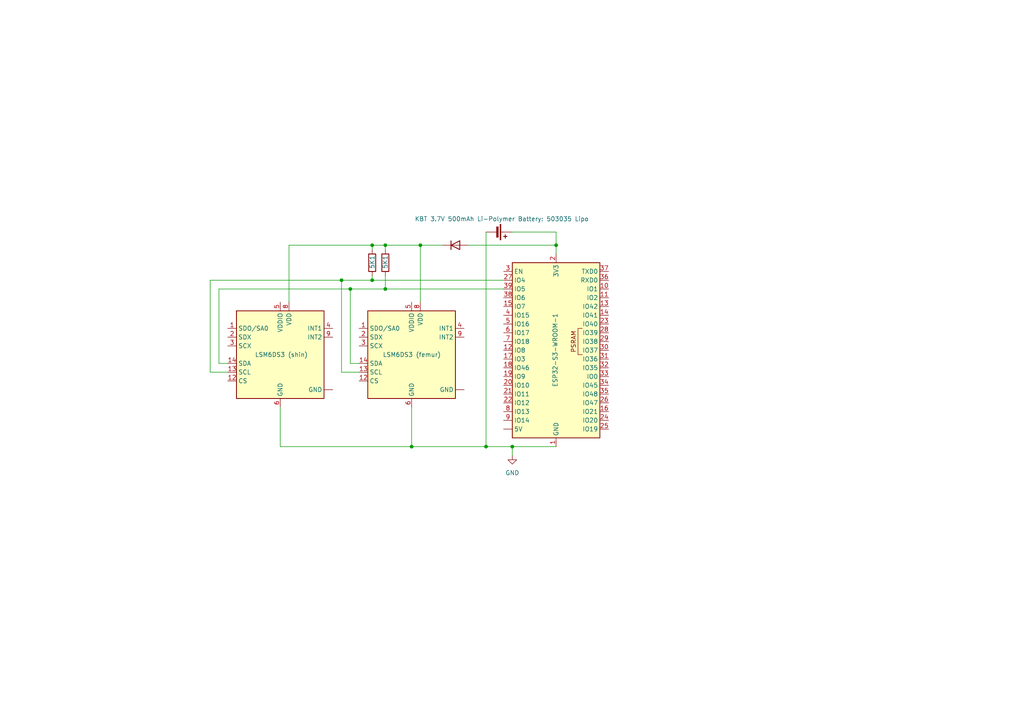
<source format=kicad_sch>
(kicad_sch (version 20231120) (generator "eeschema") (generator_version "8.0")
  (paper "A4")
  (lib_symbols
    (symbol "Battery_Cell_1" (pin_numbers hide) (pin_names (offset 0) hide)
      (property "Reference" "BT" (at 6.35 3.81 90))
      (property "Value" "Battery_Cell" (at -0.254 2.54 0))
      (symbol "Battery_Cell_1_0_1"
        (polyline (pts (xy 4.572 6.35) (xy 3.81 6.35)))
        (polyline (pts (xy 5.588 6.35) (xy 6.35 6.35)))
        (polyline (pts (xy 6.858 5.588) (xy 6.858 4.572)) (stroke (width 0.254)))
        (polyline (pts (xy 7.366 5.08) (xy 6.35 5.08)) (stroke (width 0.254)))
        (rectangle (start 4.826 7.874) (end 4.318 4.826) (fill (type outline)))
        (rectangle (start 5.588 8.636) (end 5.334 4.064) (fill (type outline)))
      )
      (symbol "Battery_Cell_1_1_1"
        (pin passive line (at 8.89 6.35 180) (length 2.54) (name "+") (number "1"))
        (pin passive line (at 1.27 6.35 0) (length 2.54) (name "-") (number "2"))
      )
    )
    (symbol "Device:D" (pin_numbers hide) (pin_names (offset 1.016) hide)
      (property "Reference" "D" (at 0 2.54 0))
      (property "Value" "D" (at 0 -2.54 0))
      (symbol "D_0_1"
        (polyline (pts (xy -1.27 1.27) (xy -1.27 -1.27)) (stroke (width 0.254)))
        (polyline (pts (xy 1.27 0) (xy -1.27 0)))
        (polyline (pts (xy 1.27 1.27) (xy 1.27 -1.27) (xy -1.27 0) (xy 1.27 1.27)) (stroke (width 0.254)))
      )
      (symbol "D_1_1"
        (pin passive line (at -3.81 0 0) (length 2.54) (name "K") (number "1"))
        (pin passive line (at 3.81 0 180) (length 2.54) (name "A") (number "2"))
      )
    )
    (symbol "RF_Module:ESP32-S3-WROOM-1"
      (property "Reference" "U" (at -12.7 26.67 0))
      (property "Value" "ESP32-S3-WROOM-1" (at 12.7 26.67 0))
      (symbol "ESP32-S3-WROOM-1_0_0"
        (rectangle (start -12.7 25.4) (end 12.7 -25.4) (stroke (width 0.254)) (fill (type background)))
        (text "PSRAM" (at 5.08 2.54 900) (effects (font (size 1.27 1.27))))
      )
      (symbol "ESP32-S3-WROOM-1_0_1"
        (polyline (pts (xy 7.62 -1.27) (xy 6.35 -1.27) (xy 6.35 6.35) (xy 7.62 6.35)))
      )
      (symbol "ESP32-S3-WROOM-1_1_1"
        (pin bidirectional line (at -15.24 -22.86 0) (length 2.54) (name "5V") (number ""))
        (pin power_in line (at 0 -27.94 90) (length 2.54) (name "GND") (number "1"))
        (pin bidirectional line (at 15.24 17.78 180) (length 2.54) (name "IO1") (number "10"))
        (pin bidirectional line (at 15.24 15.24 180) (length 2.54) (name "IO2") (number "11"))
        (pin bidirectional line (at -15.24 0 0) (length 2.54) (name "IO8") (number "12"))
        (pin bidirectional line (at 15.24 12.7 180) (length 2.54) (name "IO42") (number "13"))
        (pin bidirectional line (at 15.24 10.16 180) (length 2.54) (name "IO41") (number "14"))
        (pin bidirectional line (at -15.24 12.7 0) (length 2.54) (name "IO7") (number "15"))
        (pin bidirectional line (at 15.24 -17.78 180) (length 2.54) (name "IO21") (number "16"))
        (pin bidirectional line (at -15.24 -2.54 0) (length 2.54) (name "IO3") (number "17"))
        (pin bidirectional line (at -15.24 -5.08 0) (length 2.54) (name "IO46") (number "18"))
        (pin bidirectional line (at -15.24 -7.62 0) (length 2.54) (name "IO9") (number "19"))
        (pin power_in line (at 0 27.94 270) (length 2.54) (name "3V3") (number "2"))
        (pin bidirectional line (at -15.24 -10.16 0) (length 2.54) (name "IO10") (number "20"))
        (pin bidirectional line (at -15.24 -12.7 0) (length 2.54) (name "IO11") (number "21"))
        (pin bidirectional line (at -15.24 -15.24 0) (length 2.54) (name "IO12") (number "22"))
        (pin bidirectional line (at 15.24 7.62 180) (length 2.54) (name "IO40") (number "23"))
        (pin bidirectional line (at 15.24 -20.32 180) (length 2.54) (name "IO20") (number "24"))
        (pin bidirectional line (at 15.24 -22.86 180) (length 2.54) (name "IO19") (number "25"))
        (pin bidirectional line (at 15.24 -15.24 180) (length 2.54) (name "IO47") (number "26"))
        (pin bidirectional line (at -15.24 20.32 0) (length 2.54) (name "IO4") (number "27"))
        (pin bidirectional line (at 15.24 5.08 180) (length 2.54) (name "IO39") (number "28"))
        (pin bidirectional line (at 15.24 2.54 180) (length 2.54) (name "IO38") (number "29"))
        (pin input line (at -15.24 22.86 0) (length 2.54) (name "EN") (number "3"))
        (pin bidirectional line (at 15.24 0 180) (length 2.54) (name "IO37") (number "30"))
        (pin bidirectional line (at 15.24 -2.54 180) (length 2.54) (name "IO36") (number "31"))
        (pin bidirectional line (at 15.24 -5.08 180) (length 2.54) (name "IO35") (number "32"))
        (pin bidirectional line (at 15.24 -7.62 180) (length 2.54) (name "IO0") (number "33"))
        (pin bidirectional line (at 15.24 -10.16 180) (length 2.54) (name "IO45") (number "34"))
        (pin bidirectional line (at 15.24 -12.7 180) (length 2.54) (name "IO48") (number "35"))
        (pin bidirectional line (at 15.24 20.32 180) (length 2.54) (name "RXD0") (number "36"))
        (pin bidirectional line (at 15.24 22.86 180) (length 2.54) (name "TXD0") (number "37"))
        (pin bidirectional line (at -15.24 15.24 0) (length 2.54) (name "IO6") (number "38"))
        (pin bidirectional line (at -15.24 17.78 0) (length 2.54) (name "IO5") (number "39"))
        (pin bidirectional line (at -15.24 10.16 0) (length 2.54) (name "IO15") (number "4"))
        (pin passive line (at 0 -27.94 90) (length 2.54) hide (name "GND") (number "40"))
        (pin passive line (at 0 -27.94 90) (length 2.54) hide (name "GND") (number "41"))
        (pin bidirectional line (at -15.24 7.62 0) (length 2.54) (name "IO16") (number "5"))
        (pin bidirectional line (at -15.24 5.08 0) (length 2.54) (name "IO17") (number "6"))
        (pin bidirectional line (at -15.24 2.54 0) (length 2.54) (name "IO18") (number "7"))
        (pin bidirectional line (at -15.24 -17.78 0) (length 2.54) (name "IO13") (number "8"))
        (pin bidirectional line (at -15.24 -20.32 0) (length 2.54) (name "IO14") (number "9"))
      )
    )
    (symbol "R_1" (pin_numbers hide) (pin_names (offset 0))
      (property "Reference" "5K1" (at 0 -1.778 90))
      (property "Value" "R" (at 5.08 -2.54 0))
      (symbol "R_1_0_1"
        (rectangle (start -1.016 -2.54) (end 1.016 2.54) (stroke (width 0.254)))
      )
      (symbol "R_1_1_1"
        (pin passive line (at 0 3.81 270) (length 1.27) (name "~") (number "1"))
        (pin passive line (at 0 -3.81 90) (length 1.27) (name "~") (number "2"))
      )
    )
    (symbol "Sensor_Motion:LSM6DS3"
      (property "Reference" "U" (at -11.43 15.24 0))
      (property "Value" "LSM6DS3" (at -11.43 12.7 0))
      (symbol "LSM6DS3_0_1"
        (rectangle (start -12.7 12.7) (end 12.7 -12.7) (stroke (width 0.254)) (fill (type background)))
      )
      (symbol "LSM6DS3_1_1"
        (pin bidirectional line (at 15.24 -10.16 180) (length 2.54) (name "GND") (number ""))
        (pin bidirectional line (at -15.24 7.62 0) (length 2.54) (name "SDO/SA0") (number "1"))
        (pin no_connect line (at 12.7 -5.08 180) (length 3.81) hide (name "NC") (number "10"))
        (pin no_connect line (at 12.7 -2.54 180) (length 3.81) hide (name "NC") (number "11"))
        (pin input line (at -15.24 -7.62 0) (length 2.54) (name "CS") (number "12"))
        (pin input line (at -15.24 -5.08 0) (length 2.54) (name "SCL") (number "13"))
        (pin bidirectional line (at -15.24 -2.54 0) (length 2.54) (name "SDA") (number "14"))
        (pin bidirectional line (at -15.24 5.08 0) (length 2.54) (name "SDX") (number "2"))
        (pin input line (at -15.24 2.54 0) (length 2.54) (name "SCX") (number "3"))
        (pin output line (at 15.24 7.62 180) (length 2.54) (name "INT1") (number "4"))
        (pin power_in line (at 0 15.24 270) (length 2.54) (name "VDDIO") (number "5"))
        (pin power_in line (at 0 -15.24 90) (length 2.54) (name "GND") (number "6"))
        (pin passive line (at 0 -15.24 90) (length 2.54) hide (name "GND") (number "7"))
        (pin power_in line (at 2.54 15.24 270) (length 2.54) (name "VDD") (number "8"))
        (pin output line (at 15.24 5.08 180) (length 2.54) (name "INT2") (number "9"))
      )
    )
    (symbol "power:GND" (power) (pin_numbers hide) (pin_names (offset 0) hide)
      (property "Value" "GND" (at 0 -3.81 0))
      (symbol "GND_0_1"
        (polyline (pts (xy 0 0) (xy 0 -1.27) (xy 1.27 -1.27) (xy 0 -2.54) (xy -1.27 -1.27) (xy 0 -1.27)))
      )
      (symbol "GND_1_1"
        (pin power_in line (at 0 0 270) (length 0) (name "~") (number "1"))
      )
    )
  )
  (junction (at 119.38 129.54))
  (junction (at 107.95 81.28))
  (junction (at 107.95 71.12))
  (junction (at 161.29 71.12))
  (junction (at 111.76 83.82))
  (junction (at 140.97 129.54))
  (junction (at 111.76 71.12))
  (junction (at 99.06 81.28))
  (junction (at 101.6 83.82))
  (junction (at 148.59 129.54))
  (junction (at 121.92 71.12))
  (wire (pts (xy 161.29 71.12) (xy 161.29 73.66)))
  (wire (pts (xy 99.06 107.95) (xy 104.14 107.95)))
  (wire (pts (xy 146.05 81.28) (xy 107.95 81.28)))
  (wire (pts (xy 66.04 107.95) (xy 60.96 107.95)))
  (wire (pts (xy 111.76 83.82) (xy 101.6 83.82)))
  (wire (pts (xy 101.6 105.41) (xy 104.14 105.41)))
  (wire (pts (xy 83.82 71.12) (xy 107.95 71.12)))
  (wire (pts (xy 99.06 81.28) (xy 99.06 107.95)))
  (wire (pts (xy 119.38 118.11) (xy 119.38 129.54)))
  (wire (pts (xy 107.95 71.12) (xy 111.76 71.12)))
  (wire (pts (xy 101.6 83.82) (xy 101.6 105.41)))
  (wire (pts (xy 121.92 71.12) (xy 121.92 87.63)))
  (wire (pts (xy 83.82 87.63) (xy 83.82 71.12)))
  (wire (pts (xy 161.29 67.31) (xy 161.29 71.12)))
  (wire (pts (xy 140.97 129.54) (xy 148.59 129.54)))
  (wire (pts (xy 107.95 71.12) (xy 107.95 72.39)))
  (wire (pts (xy 60.96 81.28) (xy 99.06 81.28)))
  (wire (pts (xy 148.59 129.54) (xy 148.59 132.08)))
  (wire (pts (xy 81.28 118.11) (xy 81.28 129.54)))
  (wire (pts (xy 66.04 105.41) (xy 63.5 105.41)))
  (wire (pts (xy 107.95 80.01) (xy 107.95 81.28)))
  (wire (pts (xy 146.05 83.82) (xy 111.76 83.82)))
  (wire (pts (xy 81.28 129.54) (xy 119.38 129.54)))
  (wire (pts (xy 148.59 67.31) (xy 161.29 67.31)))
  (wire (pts (xy 107.95 81.28) (xy 99.06 81.28)))
  (wire (pts (xy 63.5 83.82) (xy 101.6 83.82)))
  (wire (pts (xy 119.38 129.54) (xy 140.97 129.54)))
  (wire (pts (xy 111.76 80.01) (xy 111.76 83.82)))
  (wire (pts (xy 111.76 71.12) (xy 111.76 72.39)))
  (wire (pts (xy 161.29 129.54) (xy 148.59 129.54)))
  (wire (pts (xy 140.97 67.31) (xy 140.97 129.54)))
  (wire (pts (xy 161.29 71.12) (xy 135.89 71.12)))
  (wire (pts (xy 111.76 71.12) (xy 121.92 71.12)))
  (wire (pts (xy 60.96 107.95) (xy 60.96 81.28)))
  (wire (pts (xy 128.27 71.12) (xy 121.92 71.12)))
  (wire (pts (xy 63.5 105.41) (xy 63.5 83.82)))
  (symbol (lib_id "RF_Module:ESP32-S3-WROOM-1") (at 161.29 101.6 0) (unit 1)
    (property "Reference" "U2" (effects (hide yes)))
    (property "Value" "ESP32-S3-WROOM-1" (at 161.036 112.268 90) (effects (justify left)))
    (property "Footprint" "RF_Module:ESP32-S3-WROOM-1" (effects (hide yes)))
    (property "Datasheet" "https://www.espressif.com/sites/default/files/documentation/esp32-s3-wroom-1_wroom-1u_datasheet_en.pdf" (effects (hide yes)))
    (property "Description" "RF Module, ESP32-S3 SoC, Wi-Fi 802.11b/g/n, Bluetooth, BLE, 32-bit, 3.3V, onboard antenna, SMD" (effects (hide yes)))
  )
  (symbol (lib_name "R_1") (lib_id "Device:R") (at 111.76 76.2 0) (unit 1)
    (property "Reference" "5K1" (at 111.76 77.978 90) (effects (justify left)))
    (property "Value" "R" (effects (hide yes)))
    (property "Datasheet" "5K1" (effects (hide yes)))
    (property "Description" "Resistor" (effects (hide yes)))
  )
  (symbol (lib_id "Sensor_Motion:LSM6DS3") (at 119.38 102.87 0) (unit 1)
    (property "Reference" "U1" (effects (hide yes)))
    (property "Value" "LSM6DS3 (femur)" (at 110.998 102.87 0) (effects (justify left)))
    (property "Footprint" "Package_LGA:LGA-14_3x2.5mm_P0.5mm_LayoutBorder3x4y" (effects (hide yes)))
    (property "Datasheet" "https://www.st.com/resource/en/datasheet/lsm6ds3tr-c.pdf" (effects (hide yes)))
    (property "Description" "I2C/SPI, iNEMO inertial module: always-on 3D accelerometer and 3D gyroscope" (effects (hide yes)))
  )
  (symbol (lib_id "Sensor_Motion:LSM6DS3") (at 81.28 102.87 0) (unit 1)
    (property "Reference" "U3" (effects (hide yes)))
    (property "Value" "LSM6DS3 (shin)" (at 73.914 102.87 0) (effects (justify left)))
    (property "Footprint" "Package_LGA:LGA-14_3x2.5mm_P0.5mm_LayoutBorder3x4y" (effects (hide yes)))
    (property "Datasheet" "https://www.st.com/resource/en/datasheet/lsm6ds3tr-c.pdf" (effects (hide yes)))
    (property "Description" "I2C/SPI, iNEMO inertial module: always-on 3D accelerometer and 3D gyroscope" (effects (hide yes)))
  )
  (symbol (lib_id "Device:D") (at 132.08 71.12 0) (unit 1)
    (property "Reference" "D1" (effects (hide yes)))
    (property "Value" "D" (effects (hide yes)))
    (property "Description" "Diode" (effects (hide yes)))
    (property "Sim.Device" "D" (effects (hide yes)))
    (property "Sim.Pins" "1=K 2=A" (effects (hide yes)))
  )
  (symbol (lib_name "R_1") (lib_id "Device:R") (at 107.95 76.2 0) (unit 1)
    (property "Reference" "5K1" (at 107.95 77.978 90) (effects (justify left)))
    (property "Value" "R" (effects (hide yes)))
    (property "Datasheet" "5K1" (effects (hide yes)))
    (property "Description" "Resistor" (effects (hide yes)))
  )
  (symbol (lib_name "Battery_Cell_1") (lib_id "Device:Battery_Cell") (at 139.7 73.66 0) (unit 1)
    (property "Reference" "BT2" (effects (hide yes)))
    (property "Value" "KBT 3.7V 500mAh Li-Polymer Battery: 503035 Lipo" (at 145.542 63.5 0))
    (property "Description" "KBT 3.7V 500mAh Li-Polymer Battery: 503035 Lipo" (effects (hide yes)))
  )
  (symbol (lib_id "power:GND") (at 148.59 132.08 0) (unit 1)
    (property "Reference" "#PWR01" (effects (hide yes)))
    (property "Value" "GND" (at 148.59 137.16 0))
    (property "Description" "Power symbol creates a global label with name \"GND\" , ground" (effects (hide yes)))
  )
)
</source>
